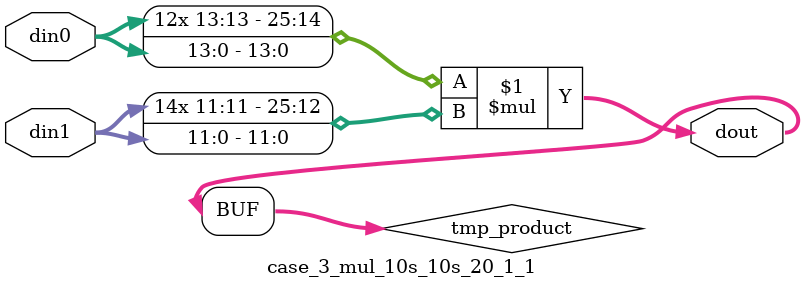
<source format=v>

`timescale 1 ns / 1 ps

 (* use_dsp = "no" *)  module case_3_mul_10s_10s_20_1_1(din0, din1, dout);
parameter ID = 1;
parameter NUM_STAGE = 0;
parameter din0_WIDTH = 14;
parameter din1_WIDTH = 12;
parameter dout_WIDTH = 26;

input [din0_WIDTH - 1 : 0] din0; 
input [din1_WIDTH - 1 : 0] din1; 
output [dout_WIDTH - 1 : 0] dout;

wire signed [dout_WIDTH - 1 : 0] tmp_product;



























assign tmp_product = $signed(din0) * $signed(din1);








assign dout = tmp_product;





















endmodule

</source>
